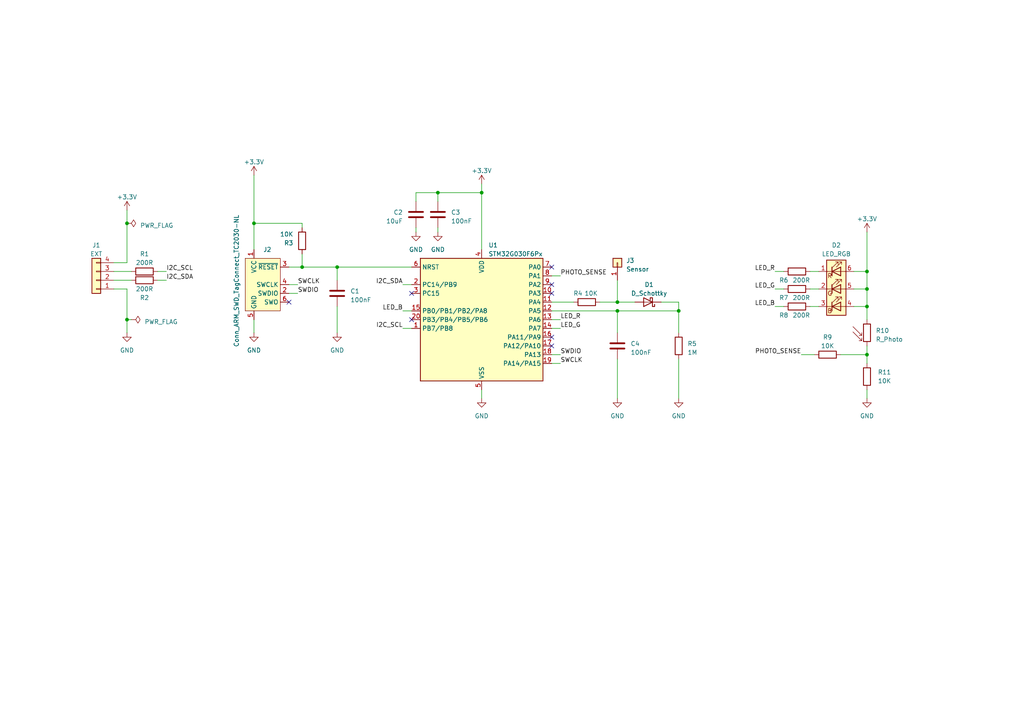
<source format=kicad_sch>
(kicad_sch (version 20230121) (generator eeschema)
  (paper "A4")
  (title_block (date "2023-03-28"))
  (lib_symbols
    (symbol "Connector:Conn_ARM_SWD_TagConnect_TC2030-NL" (in_bom no)
      (property "Reference" "J" (at 2.54 11.43 0))
      (property "Value" "Conn_ARM_SWD_TagConnect_TC2030-NL" (at 2.54 8.89 0))
      (symbol "Conn_ARM_SWD_TagConnect_TC2030-NL_0_0"
        (pin power_in line (at -2.54 10.16 270) (length 2.54) (name "VCC") (number "1"))
        (pin bidirectional line (at 7.62 -2.54 180) (length 2.54) (name "SWDIO") (number "2"))
        (pin open_collector line (at 7.62 5.08 180) (length 2.54) (name "~{RESET}") (number "3"))
        (pin output line (at 7.62 0 180) (length 2.54) (name "SWCLK") (number "4"))
        (pin power_in line (at -2.54 -10.16 90) (length 2.54) (name "GND") (number "5"))
        (pin input line (at 7.62 -5.08 180) (length 2.54) (name "SWO") (number "6"))
      )
      (symbol "Conn_ARM_SWD_TagConnect_TC2030-NL_0_1"
        (rectangle (start -5.08 7.62) (end 5.08 -7.62) (fill (type background)))
      )
    )
    (symbol "Connector_Generic:Conn_01x01" (pin_names (offset 1.016) hide)
      (property "Reference" "J" (at 0 2.54 0))
      (property "Value" "Conn_01x01" (at 0 -2.54 0))
      (symbol "Conn_01x01_1_1"
        (rectangle (start -1.27 0.127) (end 0 -0.127) (stroke (width 0.1524)))
        (rectangle (start -1.27 1.27) (end 1.27 -1.27) (stroke (width 0.254)) (fill (type background)))
        (pin passive line (at -5.08 0 0) (length 3.81) (name "Pin_1") (number "1"))
      )
    )
    (symbol "Connector_Generic:Conn_01x04" (pin_names (offset 1.016) hide)
      (property "Reference" "J" (at 0 5.08 0))
      (property "Value" "Conn_01x04" (at 0 -7.62 0))
      (symbol "Conn_01x04_1_1"
        (rectangle (start -1.27 -4.953) (end 0 -5.207) (stroke (width 0.1524)))
        (rectangle (start -1.27 -2.413) (end 0 -2.667) (stroke (width 0.1524)))
        (rectangle (start -1.27 0.127) (end 0 -0.127) (stroke (width 0.1524)))
        (rectangle (start -1.27 2.667) (end 0 2.413) (stroke (width 0.1524)))
        (rectangle (start -1.27 3.81) (end 1.27 -6.35) (stroke (width 0.254)) (fill (type background)))
        (pin passive line (at -5.08 2.54 0) (length 3.81) (name "Pin_1") (number "1"))
        (pin passive line (at -5.08 0 0) (length 3.81) (name "Pin_2") (number "2"))
        (pin passive line (at -5.08 -2.54 0) (length 3.81) (name "Pin_3") (number "3"))
        (pin passive line (at -5.08 -5.08 0) (length 3.81) (name "Pin_4") (number "4"))
      )
    )
    (symbol "Device:C" (pin_numbers hide) (pin_names (offset 0.254))
      (property "Reference" "C" (at 0.635 2.54 0))
      (property "Value" "C" (at 0.635 -2.54 0))
      (symbol "C_0_1"
        (polyline (pts (xy -2.032 -0.762) (xy 2.032 -0.762)) (stroke (width 0.508)))
        (polyline (pts (xy -2.032 0.762) (xy 2.032 0.762)) (stroke (width 0.508)))
      )
      (symbol "C_1_1"
        (pin passive line (at 0 3.81 270) (length 2.794) (name "~") (number "1"))
        (pin passive line (at 0 -3.81 90) (length 2.794) (name "~") (number "2"))
      )
    )
    (symbol "Device:D_Schottky" (pin_numbers hide) (pin_names (offset 1.016) hide)
      (property "Reference" "D" (at 0 2.54 0))
      (property "Value" "D_Schottky" (at 0 -2.54 0))
      (symbol "D_Schottky_0_1"
        (polyline (pts (xy 1.27 0) (xy -1.27 0)))
        (polyline (pts (xy 1.27 1.27) (xy 1.27 -1.27) (xy -1.27 0) (xy 1.27 1.27)) (stroke (width 0.254)))
        (polyline (pts (xy -1.905 0.635) (xy -1.905 1.27) (xy -1.27 1.27) (xy -1.27 -1.27) (xy -0.635 -1.27) (xy -0.635 -0.635)) (stroke (width 0.254)))
      )
      (symbol "D_Schottky_1_1"
        (pin passive line (at -3.81 0 0) (length 2.54) (name "K") (number "1"))
        (pin passive line (at 3.81 0 180) (length 2.54) (name "A") (number "2"))
      )
    )
    (symbol "Device:LED_RGB" (pin_names (offset 0) hide)
      (property "Reference" "D" (at 0 9.398 0))
      (property "Value" "LED_RGB" (at 0 -8.89 0))
      (symbol "LED_RGB_0_0"
        (text "B" (at -1.905 -6.35 0) (effects (font (size 1.27 1.27))))
        (text "G" (at -1.905 -1.27 0) (effects (font (size 1.27 1.27))))
        (text "R" (at -1.905 3.81 0) (effects (font (size 1.27 1.27))))
      )
      (symbol "LED_RGB_0_1"
        (polyline (pts (xy -1.27 -5.08) (xy -2.54 -5.08)))
        (polyline (pts (xy -1.27 -5.08) (xy 1.27 -5.08)))
        (polyline (pts (xy -1.27 -3.81) (xy -1.27 -6.35)) (stroke (width 0.254)))
        (polyline (pts (xy -1.27 0) (xy -2.54 0)))
        (polyline (pts (xy -1.27 1.27) (xy -1.27 -1.27)) (stroke (width 0.254)))
        (polyline (pts (xy -1.27 5.08) (xy -2.54 5.08)))
        (polyline (pts (xy -1.27 5.08) (xy 1.27 5.08)))
        (polyline (pts (xy -1.27 6.35) (xy -1.27 3.81)) (stroke (width 0.254)))
        (polyline (pts (xy 1.27 -5.08) (xy 2.54 -5.08)))
        (polyline (pts (xy 1.27 0) (xy -1.27 0)))
        (polyline (pts (xy 1.27 0) (xy 2.54 0)))
        (polyline (pts (xy 1.27 5.08) (xy 2.54 5.08)))
        (polyline (pts (xy -1.27 1.27) (xy -1.27 -1.27) (xy -1.27 -1.27)))
        (polyline (pts (xy -1.27 6.35) (xy -1.27 3.81) (xy -1.27 3.81)))
        (polyline (pts (xy 1.27 -3.81) (xy 1.27 -6.35) (xy -1.27 -5.08) (xy 1.27 -3.81)) (stroke (width 0.254)))
        (polyline (pts (xy 1.27 1.27) (xy 1.27 -1.27) (xy -1.27 0) (xy 1.27 1.27)) (stroke (width 0.254)))
        (polyline (pts (xy 1.27 6.35) (xy 1.27 3.81) (xy -1.27 5.08) (xy 1.27 6.35)) (stroke (width 0.254)))
        (polyline (pts (xy -1.016 -3.81) (xy 0.508 -2.286) (xy -0.254 -2.286) (xy 0.508 -2.286) (xy 0.508 -3.048)))
        (polyline (pts (xy -1.016 1.27) (xy 0.508 2.794) (xy -0.254 2.794) (xy 0.508 2.794) (xy 0.508 2.032)))
        (polyline (pts (xy -1.016 6.35) (xy 0.508 7.874) (xy -0.254 7.874) (xy 0.508 7.874) (xy 0.508 7.112)))
        (polyline (pts (xy 0 -3.81) (xy 1.524 -2.286) (xy 0.762 -2.286) (xy 1.524 -2.286) (xy 1.524 -3.048)))
        (polyline (pts (xy 0 1.27) (xy 1.524 2.794) (xy 0.762 2.794) (xy 1.524 2.794) (xy 1.524 2.032)))
        (polyline (pts (xy 0 6.35) (xy 1.524 7.874) (xy 0.762 7.874) (xy 1.524 7.874) (xy 1.524 7.112)))
        (rectangle (start 1.27 -1.27) (end 1.27 1.27))
        (rectangle (start 1.27 1.27) (end 1.27 1.27))
        (rectangle (start 1.27 3.81) (end 1.27 6.35))
        (rectangle (start 1.27 6.35) (end 1.27 6.35))
        (rectangle (start 2.794 8.382) (end -2.794 -7.62) (stroke (width 0.254)) (fill (type background)))
      )
      (symbol "LED_RGB_1_1"
        (pin passive line (at -5.08 5.08 0) (length 2.54) (name "RK") (number "1"))
        (pin passive line (at -5.08 0 0) (length 2.54) (name "GK") (number "2"))
        (pin passive line (at -5.08 -5.08 0) (length 2.54) (name "BK") (number "3"))
        (pin passive line (at 5.08 -5.08 180) (length 2.54) (name "BA") (number "4"))
        (pin passive line (at 5.08 0 180) (length 2.54) (name "GA") (number "5"))
        (pin passive line (at 5.08 5.08 180) (length 2.54) (name "RA") (number "6"))
      )
    )
    (symbol "Device:R" (pin_numbers hide) (pin_names (offset 0))
      (property "Reference" "R" (at 2.032 0 90))
      (property "Value" "R" (at 0 0 90))
      (symbol "R_0_1"
        (rectangle (start -1.016 -2.54) (end 1.016 2.54) (stroke (width 0.254)))
      )
      (symbol "R_1_1"
        (pin passive line (at 0 3.81 270) (length 1.27) (name "~") (number "1"))
        (pin passive line (at 0 -3.81 90) (length 1.27) (name "~") (number "2"))
      )
    )
    (symbol "Device:R_Photo" (pin_numbers hide) (pin_names (offset 0))
      (property "Reference" "R" (at 1.27 1.27 0))
      (property "Value" "R_Photo" (at 1.27 0 0))
      (symbol "R_Photo_0_1"
        (rectangle (start -1.016 2.54) (end 1.016 -2.54) (stroke (width 0.254)))
        (polyline (pts (xy -1.524 -2.286) (xy -4.064 0.254)))
        (polyline (pts (xy -1.524 -2.286) (xy -2.286 -2.286)))
        (polyline (pts (xy -1.524 -2.286) (xy -1.524 -1.524)))
        (polyline (pts (xy -1.524 -0.762) (xy -4.064 1.778)))
        (polyline (pts (xy -1.524 -0.762) (xy -2.286 -0.762)))
        (polyline (pts (xy -1.524 -0.762) (xy -1.524 0)))
      )
      (symbol "R_Photo_1_1"
        (pin passive line (at 0 3.81 270) (length 1.27) (name "~") (number "1"))
        (pin passive line (at 0 -3.81 90) (length 1.27) (name "~") (number "2"))
      )
    )
    (symbol "MCU_ST_STM32G0:STM32G030F6Px"
      (property "Reference" "U" (at -17.78 19.05 0))
      (property "Value" "STM32G030F6Px" (at 2.54 19.05 0))
      (symbol "STM32G030F6Px_0_1"
        (rectangle (start -17.78 -17.78) (end 17.78 17.78) (stroke (width 0.254)) (fill (type background)))
      )
      (symbol "STM32G030F6Px_1_1"
        (pin bidirectional line (at -20.32 -2.54 0) (length 2.54) (name "PB7/PB8") (number "1"))
        (pin bidirectional line (at 20.32 7.62 180) (length 2.54) (name "PA3") (number "10"))
        (pin bidirectional line (at 20.32 5.08 180) (length 2.54) (name "PA4") (number "11"))
        (pin bidirectional line (at 20.32 2.54 180) (length 2.54) (name "PA5") (number "12"))
        (pin bidirectional line (at 20.32 0 180) (length 2.54) (name "PA6") (number "13"))
        (pin bidirectional line (at 20.32 -2.54 180) (length 2.54) (name "PA7") (number "14"))
        (pin bidirectional line (at -20.32 2.54 0) (length 2.54) (name "PB0/PB1/PB2/PA8") (number "15"))
        (pin bidirectional line (at 20.32 -5.08 180) (length 2.54) (name "PA11/PA9") (number "16"))
        (pin bidirectional line (at 20.32 -7.62 180) (length 2.54) (name "PA12/PA10") (number "17"))
        (pin bidirectional line (at 20.32 -10.16 180) (length 2.54) (name "PA13") (number "18"))
        (pin bidirectional line (at 20.32 -12.7 180) (length 2.54) (name "PA14/PA15") (number "19"))
        (pin bidirectional line (at -20.32 10.16 0) (length 2.54) (name "PC14/PB9") (number "2"))
        (pin bidirectional line (at -20.32 0 0) (length 2.54) (name "PB3/PB4/PB5/PB6") (number "20"))
        (pin bidirectional line (at -20.32 7.62 0) (length 2.54) (name "PC15") (number "3"))
        (pin power_in line (at 0 20.32 270) (length 2.54) (name "VDD") (number "4"))
        (pin power_in line (at 0 -20.32 90) (length 2.54) (name "VSS") (number "5"))
        (pin input line (at -20.32 15.24 0) (length 2.54) (name "NRST") (number "6"))
        (pin bidirectional line (at 20.32 15.24 180) (length 2.54) (name "PA0") (number "7"))
        (pin bidirectional line (at 20.32 12.7 180) (length 2.54) (name "PA1") (number "8"))
        (pin bidirectional line (at 20.32 10.16 180) (length 2.54) (name "PA2") (number "9"))
      )
    )
    (symbol "power:+3.3V" (power) (pin_names (offset 0))
      (property "Value" "+3.3V" (at 0 3.556 0))
      (symbol "+3.3V_0_1"
        (polyline (pts (xy -0.762 1.27) (xy 0 2.54)))
        (polyline (pts (xy 0 0) (xy 0 2.54)))
        (polyline (pts (xy 0 2.54) (xy 0.762 1.27)))
      )
      (symbol "+3.3V_1_1"
        (pin power_in line (at 0 0 90) (length 0) hide (name "+3.3V") (number "1"))
      )
    )
    (symbol "power:GND" (power) (pin_names (offset 0))
      (property "Value" "GND" (at 0 -3.81 0))
      (symbol "GND_0_1"
        (polyline (pts (xy 0 0) (xy 0 -1.27) (xy 1.27 -1.27) (xy 0 -2.54) (xy -1.27 -1.27) (xy 0 -1.27)))
      )
      (symbol "GND_1_1"
        (pin power_in line (at 0 0 270) (length 0) hide (name "GND") (number "1"))
      )
    )
    (symbol "power:PWR_FLAG" (power) (pin_numbers hide) (pin_names (offset 0) hide)
      (property "Value" "PWR_FLAG" (at 0 3.81 0))
      (symbol "PWR_FLAG_0_0"
        (pin power_out line (at 0 0 90) (length 0) (name "pwr") (number "1"))
      )
      (symbol "PWR_FLAG_0_1"
        (polyline (pts (xy 0 0) (xy 0 1.27) (xy -1.016 1.905) (xy 0 2.54) (xy 1.016 1.905) (xy 0 1.27)))
      )
    )
  )
  (junction (at 73.66 64.77))
  (junction (at 251.46 78.74))
  (junction (at 127 55.88))
  (junction (at 179.07 90.17))
  (junction (at 179.07 87.63))
  (junction (at 36.83 92.71))
  (junction (at 251.46 83.82))
  (junction (at 251.46 88.9))
  (junction (at 196.85 90.17))
  (junction (at 36.83 64.77))
  (junction (at 251.46 102.87))
  (junction (at 87.63 77.47))
  (junction (at 139.7 55.88))
  (junction (at 97.79 77.47))
  (no_connect (at 160.02 82.55))
  (no_connect (at 160.02 100.33))
  (no_connect (at 119.38 85.09))
  (no_connect (at 119.38 92.71))
  (no_connect (at 160.02 77.47))
  (no_connect (at 160.02 85.09))
  (no_connect (at 160.02 97.79))
  (no_connect (at 83.82 87.63))
  (wire (pts (xy 36.83 83.82) (xy 33.02 83.82)))
  (wire (pts (xy 166.37 87.63) (xy 160.02 87.63)))
  (wire (pts (xy 160.02 90.17) (xy 179.07 90.17)))
  (wire (pts (xy 73.66 72.39) (xy 73.66 64.77)))
  (wire (pts (xy 36.83 60.96) (xy 36.83 64.77)))
  (wire (pts (xy 116.84 90.17) (xy 119.38 90.17)))
  (wire (pts (xy 116.84 95.25) (xy 119.38 95.25)))
  (wire (pts (xy 48.26 78.74) (xy 45.72 78.74)))
  (wire (pts (xy 196.85 87.63) (xy 191.77 87.63)))
  (wire (pts (xy 48.26 81.28) (xy 45.72 81.28)))
  (wire (pts (xy 196.85 115.57) (xy 196.85 104.14)))
  (wire (pts (xy 36.83 83.82) (xy 36.83 92.71)))
  (wire (pts (xy 86.36 82.55) (xy 83.82 82.55)))
  (wire (pts (xy 247.65 83.82) (xy 251.46 83.82)))
  (wire (pts (xy 73.66 50.8) (xy 73.66 64.77)))
  (wire (pts (xy 251.46 115.57) (xy 251.46 113.03)))
  (wire (pts (xy 97.79 77.47) (xy 119.38 77.47)))
  (wire (pts (xy 162.56 95.25) (xy 160.02 95.25)))
  (wire (pts (xy 251.46 78.74) (xy 247.65 78.74)))
  (wire (pts (xy 87.63 77.47) (xy 87.63 73.66)))
  (wire (pts (xy 251.46 67.31) (xy 251.46 78.74)))
  (wire (pts (xy 127 55.88) (xy 139.7 55.88)))
  (wire (pts (xy 162.56 105.41) (xy 160.02 105.41)))
  (wire (pts (xy 179.07 90.17) (xy 196.85 90.17)))
  (wire (pts (xy 116.84 82.55) (xy 119.38 82.55)))
  (wire (pts (xy 36.83 96.52) (xy 36.83 92.71)))
  (wire (pts (xy 173.99 87.63) (xy 179.07 87.63)))
  (wire (pts (xy 73.66 92.71) (xy 73.66 96.52)))
  (wire (pts (xy 36.83 92.71) (xy 38.1 92.71)))
  (wire (pts (xy 247.65 88.9) (xy 251.46 88.9)))
  (wire (pts (xy 139.7 53.34) (xy 139.7 55.88)))
  (wire (pts (xy 251.46 102.87) (xy 251.46 105.41)))
  (wire (pts (xy 97.79 77.47) (xy 97.79 81.28)))
  (wire (pts (xy 162.56 80.01) (xy 160.02 80.01)))
  (wire (pts (xy 38.1 78.74) (xy 33.02 78.74)))
  (wire (pts (xy 232.41 102.87) (xy 236.22 102.87)))
  (wire (pts (xy 179.07 115.57) (xy 179.07 104.14)))
  (wire (pts (xy 251.46 100.33) (xy 251.46 102.87)))
  (wire (pts (xy 36.83 64.77) (xy 36.83 76.2)))
  (wire (pts (xy 87.63 77.47) (xy 97.79 77.47)))
  (wire (pts (xy 251.46 92.71) (xy 251.46 88.9)))
  (wire (pts (xy 234.95 83.82) (xy 237.49 83.82)))
  (wire (pts (xy 73.66 64.77) (xy 87.63 64.77)))
  (wire (pts (xy 234.95 88.9) (xy 237.49 88.9)))
  (wire (pts (xy 179.07 87.63) (xy 184.15 87.63)))
  (wire (pts (xy 224.79 88.9) (xy 227.33 88.9)))
  (wire (pts (xy 127 66.04) (xy 127 67.31)))
  (wire (pts (xy 127 55.88) (xy 127 58.42)))
  (wire (pts (xy 36.83 76.2) (xy 33.02 76.2)))
  (wire (pts (xy 97.79 96.52) (xy 97.79 88.9)))
  (wire (pts (xy 120.65 55.88) (xy 127 55.88)))
  (wire (pts (xy 139.7 55.88) (xy 139.7 72.39)))
  (wire (pts (xy 120.65 67.31) (xy 120.65 66.04)))
  (wire (pts (xy 83.82 77.47) (xy 87.63 77.47)))
  (wire (pts (xy 234.95 78.74) (xy 237.49 78.74)))
  (wire (pts (xy 251.46 88.9) (xy 251.46 83.82)))
  (wire (pts (xy 196.85 90.17) (xy 196.85 87.63)))
  (wire (pts (xy 87.63 64.77) (xy 87.63 66.04)))
  (wire (pts (xy 162.56 102.87) (xy 160.02 102.87)))
  (wire (pts (xy 179.07 96.52) (xy 179.07 90.17)))
  (wire (pts (xy 224.79 78.74) (xy 227.33 78.74)))
  (wire (pts (xy 86.36 85.09) (xy 83.82 85.09)))
  (wire (pts (xy 120.65 58.42) (xy 120.65 55.88)))
  (wire (pts (xy 179.07 81.28) (xy 179.07 87.63)))
  (wire (pts (xy 139.7 115.57) (xy 139.7 113.03)))
  (wire (pts (xy 224.79 83.82) (xy 227.33 83.82)))
  (wire (pts (xy 162.56 92.71) (xy 160.02 92.71)))
  (wire (pts (xy 196.85 90.17) (xy 196.85 96.52)))
  (wire (pts (xy 251.46 83.82) (xy 251.46 78.74)))
  (wire (pts (xy 33.02 81.28) (xy 38.1 81.28)))
  (wire (pts (xy 243.84 102.87) (xy 251.46 102.87)))
  (label "SWDIO" (at 162.56 102.87 0))
  (label "PHOTO_SENSE" (at 232.41 102.87 180))
  (label "SWDIO" (at 86.36 85.09 0))
  (label "PHOTO_SENSE" (at 162.56 80.01 0))
  (label "SWCLK" (at 86.36 82.55 0))
  (label "I2C_SDA" (at 116.84 82.55 180))
  (label "LED_B" (at 116.84 90.17 180))
  (label "I2C_SCL" (at 116.84 95.25 180))
  (label "LED_R" (at 162.56 92.71 0))
  (label "LED_B" (at 224.79 88.9 180))
  (label "LED_R" (at 224.79 78.74 180))
  (label "LED_G" (at 224.79 83.82 180))
  (label "I2C_SDA" (at 48.26 81.28 0))
  (label "I2C_SCL" (at 48.26 78.74 0))
  (label "SWCLK" (at 162.56 105.41 0))
  (label "LED_G" (at 162.56 95.25 0))
  (symbol (lib_id "power:GND") (at 36.83 96.52 0) (unit 1)
    (property "Reference" "#PWR02" (effects hide))
    (property "Value" "GND" (at 36.83 101.6 0))
  )
  (symbol (lib_id "power:GND") (at 179.07 115.57 0) (unit 1)
    (property "Reference" "#PWR010" (effects hide))
    (property "Value" "GND" (at 179.07 120.65 0))
  )
  (symbol (lib_id "Device:R") (at 87.63 69.85 180) (unit 1)
    (property "Reference" "R3" (at 85.09 70.485 0) (effects (justify left)))
    (property "Value" "10K" (at 85.09 67.945 0) (effects (justify left)))
    (property "Footprint" "Resistor_SMD:R_0603_1608Metric" (effects hide))
  )
  (symbol (lib_id "Device:LED_RGB") (at 242.57 83.82 0) (unit 1)
    (property "Reference" "D2" (at 242.57 71.12 0))
    (property "Value" "LED_RGB" (at 242.57 73.66 0))
    (property "Footprint" "LED_SMD:LED_RGB_PLCC-6" (effects hide))
  )
  (symbol (lib_id "Device:C") (at 179.07 100.33 0) (unit 1)
    (property "Reference" "C4" (at 182.88 99.695 0) (effects (justify left)))
    (property "Value" "100nF" (at 182.88 102.235 0) (effects (justify left)))
    (property "Footprint" "Capacitor_SMD:C_0603_1608Metric" (effects hide))
  )
  (symbol (lib_id "Device:R") (at 170.18 87.63 90) (mirror x) (unit 1)
    (property "Reference" "R4" (at 167.64 85.09 90))
    (property "Value" "10K" (at 171.45 85.09 90))
    (property "Footprint" "Resistor_SMD:R_0603_1608Metric" (effects hide))
  )
  (symbol (lib_id "power:GND") (at 196.85 115.57 0) (unit 1)
    (property "Reference" "#PWR011" (effects hide))
    (property "Value" "GND" (at 196.85 120.65 0))
  )
  (symbol (lib_id "Device:R") (at 251.46 109.22 0) (mirror y) (unit 1)
    (property "Reference" "R11" (at 256.54 107.95 0))
    (property "Value" "10K" (at 256.54 110.49 0))
    (property "Footprint" "Resistor_SMD:R_0603_1608Metric" (effects hide))
  )
  (symbol (lib_id "Device:D_Schottky") (at 187.96 87.63 180) (unit 1)
    (property "Reference" "D1" (at 188.2775 82.55 0))
    (property "Value" "D_Schottky" (at 188.2775 85.09 0))
    (property "Footprint" "Diode_SMD:D_0603_1608Metric" (effects hide))
  )
  (symbol (lib_id "Device:R") (at 41.91 81.28 90) (unit 1)
    (property "Reference" "R2" (at 41.91 86.36 90))
    (property "Value" "200R" (at 41.91 83.82 90))
    (property "Footprint" "Resistor_SMD:R_0603_1608Metric" (effects hide))
  )
  (symbol (lib_id "Device:R") (at 240.03 102.87 90) (mirror x) (unit 1)
    (property "Reference" "R9" (at 240.03 97.79 90))
    (property "Value" "10K" (at 240.03 100.33 90))
    (property "Footprint" "Resistor_SMD:R_0603_1608Metric" (effects hide))
  )
  (symbol (lib_id "power:GND") (at 251.46 115.57 0) (unit 1)
    (property "Reference" "#PWR013" (effects hide))
    (property "Value" "GND" (at 251.46 120.65 0))
  )
  (symbol (lib_id "Device:R") (at 231.14 78.74 90) (unit 1)
    (property "Reference" "R6" (at 227.33 81.28 90))
    (property "Value" "200R" (at 232.41 81.28 90))
    (property "Footprint" "Resistor_SMD:R_0603_1608Metric" (effects hide))
  )
  (symbol (lib_id "Device:R") (at 196.85 100.33 0) (unit 1)
    (property "Reference" "R5" (at 199.39 99.695 0) (effects (justify left)))
    (property "Value" "1M" (at 199.39 102.235 0) (effects (justify left)))
    (property "Footprint" "Resistor_SMD:R_0603_1608Metric" (effects hide))
  )
  (symbol (lib_id "power:GND") (at 139.7 115.57 0) (unit 1)
    (property "Reference" "#PWR09" (effects hide))
    (property "Value" "GND" (at 139.7 120.65 0))
  )
  (symbol (lib_id "power:+3.3V") (at 251.46 67.31 0) (unit 1)
    (property "Reference" "#PWR012" (effects hide))
    (property "Value" "+3.3V" (at 251.46 63.5 0))
  )
  (symbol (lib_id "power:PWR_FLAG") (at 36.83 64.77 270) (unit 1)
    (property "Reference" "#FLG01" (effects hide))
    (property "Value" "PWR_FLAG" (at 40.64 65.405 90) (effects (justify left)))
  )
  (symbol (lib_id "Device:R_Photo") (at 251.46 96.52 0) (unit 1)
    (property "Reference" "R10" (at 254 95.885 0) (effects (justify left)))
    (property "Value" "R_Photo" (at 254 98.425 0) (effects (justify left)))
    (property "Footprint" "Resistor_THT:R_Axial_DIN0204_L3.6mm_D1.6mm_P1.90mm_Vertical" (effects hide))
  )
  (symbol (lib_id "Device:C") (at 120.65 62.23 0) (mirror y) (unit 1)
    (property "Reference" "C2" (at 116.84 61.595 0) (effects (justify left)))
    (property "Value" "10uF" (at 116.84 64.135 0) (effects (justify left)))
    (property "Footprint" "Capacitor_SMD:C_0603_1608Metric" (effects hide))
  )
  (symbol (lib_id "Connector_Generic:Conn_01x01") (at 179.07 76.2 90) (unit 1)
    (property "Reference" "J3" (at 181.61 75.565 90) (effects (justify right)))
    (property "Value" "Sensor" (at 181.61 78.105 90) (effects (justify right)))
    (property "Footprint" "SensorPad:SensorPad" (effects hide))
  )
  (symbol (lib_id "power:+3.3V") (at 139.7 53.34 0) (unit 1)
    (property "Reference" "#PWR08" (effects hide))
    (property "Value" "+3.3V" (at 139.7 49.53 0))
  )
  (symbol (lib_id "power:GND") (at 120.65 67.31 0) (mirror y) (unit 1)
    (property "Reference" "#PWR06" (effects hide))
    (property "Value" "GND" (at 120.65 72.39 0))
  )
  (symbol (lib_id "Connector:Conn_ARM_SWD_TagConnect_TC2030-NL") (at 76.2 82.55 0) (unit 1)
    (property "Reference" "J2" (at 78.74 72.39 0) (effects (justify right)))
    (property "Value" "Conn_ARM_SWD_TagConnect_TC2030-NL" (at 68.58 62.23 90) (effects (justify right)))
    (property "Footprint" "Connector:Tag-Connect_TC2030-IDC-NL_2x03_P1.27mm_Vertical" (effects hide))
    (property "Datasheet" "https://www.tag-connect.com/wp-content/uploads/bsk-pdf-manager/TC2030-CTX_1.pdf" (effects hide))
  )
  (symbol (lib_id "power:GND") (at 97.79 96.52 0) (mirror y) (unit 1)
    (property "Reference" "#PWR05" (effects hide))
    (property "Value" "GND" (at 97.79 101.6 0))
  )
  (symbol (lib_id "Device:C") (at 97.79 85.09 0) (unit 1)
    (property "Reference" "C1" (at 101.6 84.455 0) (effects (justify left)))
    (property "Value" "100nF" (at 101.6 86.995 0) (effects (justify left)))
    (property "Footprint" "Capacitor_SMD:C_0603_1608Metric" (effects hide))
  )
  (symbol (lib_id "power:+3.3V") (at 36.83 60.96 0) (unit 1)
    (property "Reference" "#PWR01" (effects hide))
    (property "Value" "+3.3V" (at 36.83 57.15 0))
  )
  (symbol (lib_id "Connector_Generic:Conn_01x04") (at 27.94 81.28 180) (unit 1)
    (property "Reference" "J1" (at 27.94 71.12 0))
    (property "Value" "EXT" (at 27.94 73.66 0))
    (property "Footprint" "Connector_Wire:SolderWire-0.1sqmm_1x04_P3.6mm_D0.4mm_OD1mm_Relief" (effects hide))
  )
  (symbol (lib_id "power:+3.3V") (at 73.66 50.8 0) (unit 1)
    (property "Reference" "#PWR03" (effects hide))
    (property "Value" "+3.3V" (at 73.66 46.99 0))
  )
  (symbol (lib_id "Device:R") (at 231.14 83.82 90) (unit 1)
    (property "Reference" "R7" (at 227.33 86.36 90))
    (property "Value" "200R" (at 232.41 86.36 90))
    (property "Footprint" "Resistor_SMD:R_0603_1608Metric" (effects hide))
  )
  (symbol (lib_id "MCU_ST_STM32G0:STM32G030F6Px") (at 139.7 92.71 0) (unit 1)
    (property "Reference" "U1" (at 141.6559 71.12 0) (effects (justify left)))
    (property "Value" "STM32G030F6Px" (at 141.6559 73.66 0) (effects (justify left)))
    (property "Footprint" "Package_SO:TSSOP-20_4.4x6.5mm_P0.65mm" (effects hide))
    (property "Datasheet" "https://www.st.com/resource/en/datasheet/stm32g030f6.pdf" (effects hide))
  )
  (symbol (lib_id "Device:R") (at 41.91 78.74 270) (unit 1)
    (property "Reference" "R1" (at 41.91 73.66 90))
    (property "Value" "200R" (at 41.91 76.2 90))
    (property "Footprint" "Resistor_SMD:R_0603_1608Metric" (effects hide))
  )
  (symbol (lib_id "Device:R") (at 231.14 88.9 90) (unit 1)
    (property "Reference" "R8" (at 227.33 91.44 90))
    (property "Value" "200R" (at 232.41 91.44 90))
    (property "Footprint" "Resistor_SMD:R_0603_1608Metric" (effects hide))
  )
  (symbol (lib_id "power:PWR_FLAG") (at 38.1 92.71 270) (unit 1)
    (property "Reference" "#FLG02" (effects hide))
    (property "Value" "PWR_FLAG" (at 41.91 93.345 90) (effects (justify left)))
  )
  (symbol (lib_id "power:GND") (at 127 67.31 0) (mirror y) (unit 1)
    (property "Reference" "#PWR07" (effects hide))
    (property "Value" "GND" (at 127 72.39 0))
  )
  (symbol (lib_id "power:GND") (at 73.66 96.52 0) (unit 1)
    (property "Reference" "#PWR04" (effects hide))
    (property "Value" "GND" (at 73.66 101.6 0))
  )
  (symbol (lib_id "Device:C") (at 127 62.23 0) (unit 1)
    (property "Reference" "C3" (at 130.81 61.595 0) (effects (justify left)))
    (property "Value" "100nF" (at 130.81 64.135 0) (effects (justify left)))
    (property "Footprint" "Capacitor_SMD:C_0603_1608Metric" (effects hide))
  )
)
</source>
